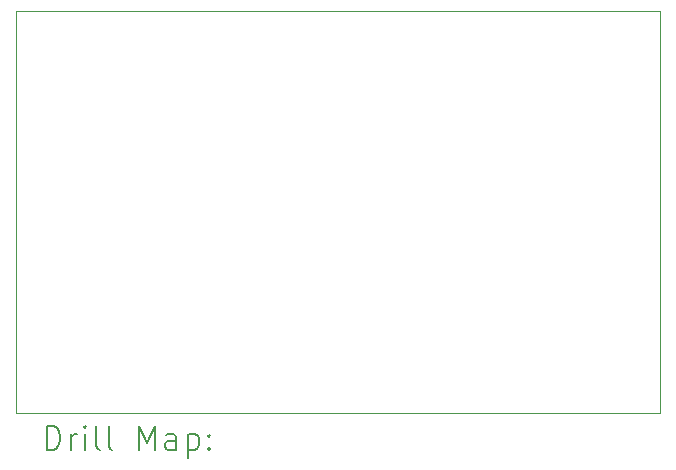
<source format=gbr>
%TF.GenerationSoftware,KiCad,Pcbnew,9.0.4*%
%TF.CreationDate,2025-12-23T06:35:13-05:00*%
%TF.ProjectId,main_board_peripheral_v2,6d61696e-5f62-46f6-9172-645f70657269,rev?*%
%TF.SameCoordinates,Original*%
%TF.FileFunction,Drillmap*%
%TF.FilePolarity,Positive*%
%FSLAX45Y45*%
G04 Gerber Fmt 4.5, Leading zero omitted, Abs format (unit mm)*
G04 Created by KiCad (PCBNEW 9.0.4) date 2025-12-23 06:35:13*
%MOMM*%
%LPD*%
G01*
G04 APERTURE LIST*
%ADD10C,0.050000*%
%ADD11C,0.200000*%
G04 APERTURE END LIST*
D10*
X8750000Y-7350000D02*
X14200000Y-7350000D01*
X14200000Y-10750000D01*
X8750000Y-10750000D01*
X8750000Y-7350000D01*
D11*
X9008277Y-11063984D02*
X9008277Y-10863984D01*
X9008277Y-10863984D02*
X9055896Y-10863984D01*
X9055896Y-10863984D02*
X9084467Y-10873508D01*
X9084467Y-10873508D02*
X9103515Y-10892555D01*
X9103515Y-10892555D02*
X9113039Y-10911603D01*
X9113039Y-10911603D02*
X9122563Y-10949698D01*
X9122563Y-10949698D02*
X9122563Y-10978270D01*
X9122563Y-10978270D02*
X9113039Y-11016365D01*
X9113039Y-11016365D02*
X9103515Y-11035412D01*
X9103515Y-11035412D02*
X9084467Y-11054460D01*
X9084467Y-11054460D02*
X9055896Y-11063984D01*
X9055896Y-11063984D02*
X9008277Y-11063984D01*
X9208277Y-11063984D02*
X9208277Y-10930650D01*
X9208277Y-10968746D02*
X9217801Y-10949698D01*
X9217801Y-10949698D02*
X9227324Y-10940174D01*
X9227324Y-10940174D02*
X9246372Y-10930650D01*
X9246372Y-10930650D02*
X9265420Y-10930650D01*
X9332086Y-11063984D02*
X9332086Y-10930650D01*
X9332086Y-10863984D02*
X9322563Y-10873508D01*
X9322563Y-10873508D02*
X9332086Y-10883031D01*
X9332086Y-10883031D02*
X9341610Y-10873508D01*
X9341610Y-10873508D02*
X9332086Y-10863984D01*
X9332086Y-10863984D02*
X9332086Y-10883031D01*
X9455896Y-11063984D02*
X9436848Y-11054460D01*
X9436848Y-11054460D02*
X9427324Y-11035412D01*
X9427324Y-11035412D02*
X9427324Y-10863984D01*
X9560658Y-11063984D02*
X9541610Y-11054460D01*
X9541610Y-11054460D02*
X9532086Y-11035412D01*
X9532086Y-11035412D02*
X9532086Y-10863984D01*
X9789229Y-11063984D02*
X9789229Y-10863984D01*
X9789229Y-10863984D02*
X9855896Y-11006841D01*
X9855896Y-11006841D02*
X9922563Y-10863984D01*
X9922563Y-10863984D02*
X9922563Y-11063984D01*
X10103515Y-11063984D02*
X10103515Y-10959222D01*
X10103515Y-10959222D02*
X10093991Y-10940174D01*
X10093991Y-10940174D02*
X10074944Y-10930650D01*
X10074944Y-10930650D02*
X10036848Y-10930650D01*
X10036848Y-10930650D02*
X10017801Y-10940174D01*
X10103515Y-11054460D02*
X10084467Y-11063984D01*
X10084467Y-11063984D02*
X10036848Y-11063984D01*
X10036848Y-11063984D02*
X10017801Y-11054460D01*
X10017801Y-11054460D02*
X10008277Y-11035412D01*
X10008277Y-11035412D02*
X10008277Y-11016365D01*
X10008277Y-11016365D02*
X10017801Y-10997317D01*
X10017801Y-10997317D02*
X10036848Y-10987793D01*
X10036848Y-10987793D02*
X10084467Y-10987793D01*
X10084467Y-10987793D02*
X10103515Y-10978270D01*
X10198753Y-10930650D02*
X10198753Y-11130650D01*
X10198753Y-10940174D02*
X10217801Y-10930650D01*
X10217801Y-10930650D02*
X10255896Y-10930650D01*
X10255896Y-10930650D02*
X10274944Y-10940174D01*
X10274944Y-10940174D02*
X10284467Y-10949698D01*
X10284467Y-10949698D02*
X10293991Y-10968746D01*
X10293991Y-10968746D02*
X10293991Y-11025889D01*
X10293991Y-11025889D02*
X10284467Y-11044936D01*
X10284467Y-11044936D02*
X10274944Y-11054460D01*
X10274944Y-11054460D02*
X10255896Y-11063984D01*
X10255896Y-11063984D02*
X10217801Y-11063984D01*
X10217801Y-11063984D02*
X10198753Y-11054460D01*
X10379705Y-11044936D02*
X10389229Y-11054460D01*
X10389229Y-11054460D02*
X10379705Y-11063984D01*
X10379705Y-11063984D02*
X10370182Y-11054460D01*
X10370182Y-11054460D02*
X10379705Y-11044936D01*
X10379705Y-11044936D02*
X10379705Y-11063984D01*
X10379705Y-10940174D02*
X10389229Y-10949698D01*
X10389229Y-10949698D02*
X10379705Y-10959222D01*
X10379705Y-10959222D02*
X10370182Y-10949698D01*
X10370182Y-10949698D02*
X10379705Y-10940174D01*
X10379705Y-10940174D02*
X10379705Y-10959222D01*
M02*

</source>
